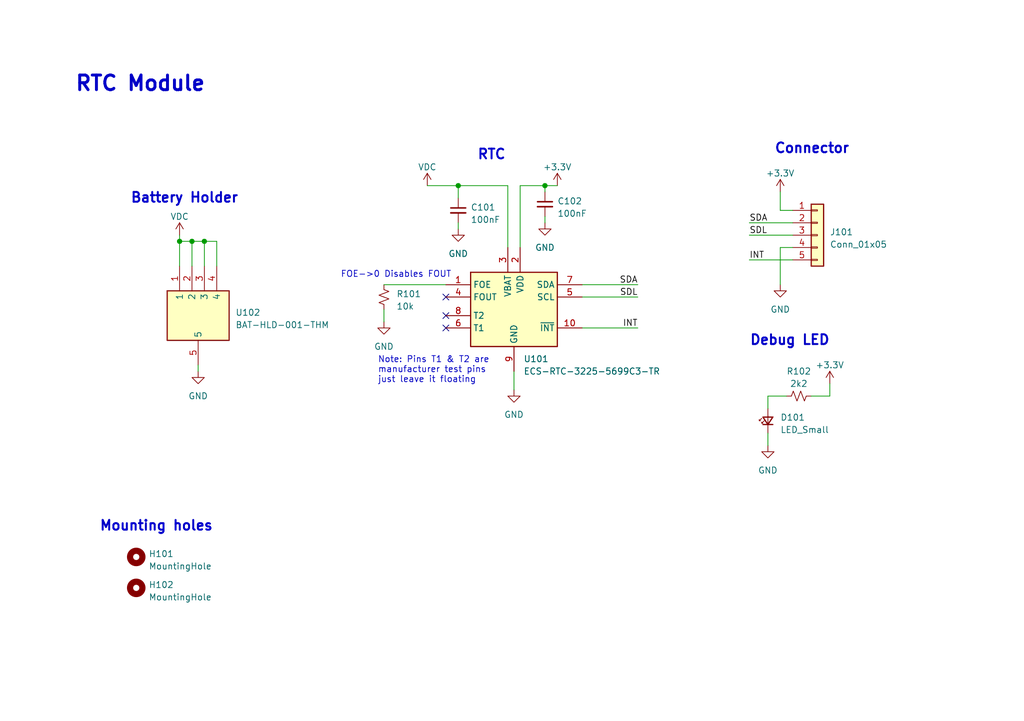
<source format=kicad_sch>
(kicad_sch (version 20230121) (generator eeschema)
  (paper "A5")
  (title_block (title "RTC module") (date "2023-04-16") (rev "V1.0.0") (company "JDMC") (comment 1 "Based on ECS-RTC-3225-5699C3-TR chip"))
  (lib_symbols
    (symbol "C_Small_1" (pin_numbers hide) (pin_names (offset 0.254) hide)
      (property "Reference" "C101" (at 2.54 0.6287 0))
      (property "Value" "100nF" (at 2.54 -1.9113 0))
      (symbol "C_Small_1_0_1"
        (polyline (pts (xy -1.524 -0.508) (xy 1.524 -0.508)) (stroke (width 0.3302)))
        (polyline (pts (xy -1.524 0.508) (xy 1.524 0.508)) (stroke (width 0.3048)))
      )
      (symbol "C_Small_1_1_1"
        (pin passive line (at 0 2.54 270) (length 2.032) (name "~") (number "1"))
        (pin passive line (at 0 -2.54 90) (length 2.032) (name "~") (number "2"))
      )
    )
    (symbol "Connector_Generic:Conn_01x05" (pin_names (offset 1.016) hide)
      (property "Reference" "J" (at 0 7.62 0))
      (property "Value" "Conn_01x05" (at 0 -7.62 0))
      (symbol "Conn_01x05_1_1"
        (rectangle (start -1.27 -4.953) (end 0 -5.207) (stroke (width 0.1524)))
        (rectangle (start -1.27 -2.413) (end 0 -2.667) (stroke (width 0.1524)))
        (rectangle (start -1.27 0.127) (end 0 -0.127) (stroke (width 0.1524)))
        (rectangle (start -1.27 2.667) (end 0 2.413) (stroke (width 0.1524)))
        (rectangle (start -1.27 5.207) (end 0 4.953) (stroke (width 0.1524)))
        (rectangle (start -1.27 6.35) (end 1.27 -6.35) (stroke (width 0.254)) (fill (type background)))
        (pin passive line (at -5.08 5.08 0) (length 3.81) (name "Pin_1") (number "1"))
        (pin passive line (at -5.08 2.54 0) (length 3.81) (name "Pin_2") (number "2"))
        (pin passive line (at -5.08 0 0) (length 3.81) (name "Pin_3") (number "3"))
        (pin passive line (at -5.08 -2.54 0) (length 3.81) (name "Pin_4") (number "4"))
        (pin passive line (at -5.08 -5.08 0) (length 3.81) (name "Pin_5") (number "5"))
      )
    )
    (symbol "Custom_JDMC:BAT-HLD-001-THM"
      (property "Reference" "U" (at 7.62 7.62 0))
      (property "Value" "BAT-HLD-001-THM" (at 7.62 5.08 0))
      (symbol "BAT-HLD-001-THM_1_1"
        (rectangle (start -6.35 2.54) (end 6.35 -7.62) (stroke (width 0.254)) (fill (type background)))
        (pin passive line (at -3.81 7.62 270) (length 5.08) (name "1") (number "1"))
        (pin passive line (at -1.27 7.62 270) (length 5.08) (name "2") (number "2"))
        (pin passive line (at 1.27 7.62 270) (length 5.08) (name "3") (number "3"))
        (pin passive line (at 3.81 7.62 270) (length 5.08) (name "4") (number "4"))
        (pin passive line (at 0 -12.7 90) (length 5.08) (name "5") (number "5"))
      )
    )
    (symbol "Device:LED_Small" (pin_numbers hide) (pin_names (offset 0.254) hide)
      (property "Reference" "D" (at -1.27 3.175 0))
      (property "Value" "LED_Small" (at -4.445 -2.54 0))
      (symbol "LED_Small_0_1"
        (polyline (pts (xy -0.762 -1.016) (xy -0.762 1.016)) (stroke (width 0.254)))
        (polyline (pts (xy 1.016 0) (xy -0.762 0)))
        (polyline (pts (xy 0.762 -1.016) (xy -0.762 0) (xy 0.762 1.016) (xy 0.762 -1.016)) (stroke (width 0.254)))
        (polyline (pts (xy 0 0.762) (xy -0.508 1.27) (xy -0.254 1.27) (xy -0.508 1.27) (xy -0.508 1.016)))
        (polyline (pts (xy 0.508 1.27) (xy 0 1.778) (xy 0.254 1.778) (xy 0 1.778) (xy 0 1.524)))
      )
      (symbol "LED_Small_1_1"
        (pin passive line (at -2.54 0 0) (length 1.778) (name "K") (number "1"))
        (pin passive line (at 2.54 0 180) (length 1.778) (name "A") (number "2"))
      )
    )
    (symbol "Device:R_Small_US" (pin_numbers hide) (pin_names (offset 0.254) hide)
      (property "Reference" "R" (at 0.762 0.508 0))
      (property "Value" "R_Small_US" (at 0.762 -1.016 0))
      (symbol "R_Small_US_1_1"
        (polyline (pts (xy 0 0) (xy 1.016 -0.381) (xy 0 -0.762) (xy -1.016 -1.143) (xy 0 -1.524)))
        (polyline (pts (xy 0 1.524) (xy 1.016 1.143) (xy 0 0.762) (xy -1.016 0.381) (xy 0 0)))
        (pin passive line (at 0 2.54 270) (length 1.016) (name "~") (number "1"))
        (pin passive line (at 0 -2.54 90) (length 1.016) (name "~") (number "2"))
      )
    )
    (symbol "ECS-RTC-3225-5699C3-TR:ECS-RTC-3225-5699C3-TR"
      (property "Reference" "U" (at 10.16 7.62 0))
      (property "Value" "ECS-RTC-3225-5699C3-TR" (at 5.08 5.08 0))
      (symbol "ECS-RTC-3225-5699C3-TR_1_1"
        (rectangle (start -8.89 2.54) (end 8.89 -12.7) (stroke (width 0.254)) (fill (type background)))
        (pin passive line (at -13.97 0 0) (length 5.08) (name "FOE") (number "1"))
        (pin passive line (at 13.97 -8.89 180) (length 5.08) (name "~{INT}") (number "10"))
        (pin passive line (at 1.27 7.62 270) (length 5.08) (name "VDD") (number "2"))
        (pin passive line (at -1.27 7.62 270) (length 5.08) (name "VBAT") (number "3"))
        (pin passive line (at -13.97 -2.54 0) (length 5.08) (name "FOUT") (number "4"))
        (pin passive line (at 13.97 -2.54 180) (length 5.08) (name "SCL") (number "5"))
        (pin passive line (at -13.97 -8.89 0) (length 5.08) (name "T1") (number "6"))
        (pin passive line (at 13.97 0 180) (length 5.08) (name "SDA") (number "7"))
        (pin passive line (at -13.97 -6.35 0) (length 5.08) (name "T2") (number "8"))
        (pin passive line (at 0 -17.78 90) (length 5.08) (name "GND") (number "9"))
      )
    )
    (symbol "Mechanical:MountingHole" (pin_names (offset 1.016))
      (property "Reference" "H" (at 0 5.08 0))
      (property "Value" "MountingHole" (at 0 3.175 0))
      (symbol "MountingHole_0_1"
        (circle (center 0 0) (radius 1.27) (stroke (width 1.27)))
      )
    )
    (symbol "power:+3.3V" (power) (pin_names (offset 0))
      (property "Value" "+3.3V" (at 0 3.556 0))
      (symbol "+3.3V_0_1"
        (polyline (pts (xy -0.762 1.27) (xy 0 2.54)))
        (polyline (pts (xy 0 0) (xy 0 2.54)))
        (polyline (pts (xy 0 2.54) (xy 0.762 1.27)))
      )
      (symbol "+3.3V_1_1"
        (pin power_in line (at 0 0 90) (length 0) hide (name "+3.3V") (number "1"))
      )
    )
    (symbol "power:GND" (power) (pin_names (offset 0))
      (property "Value" "GND" (at 0 -3.81 0))
      (symbol "GND_0_1"
        (polyline (pts (xy 0 0) (xy 0 -1.27) (xy 1.27 -1.27) (xy 0 -2.54) (xy -1.27 -1.27) (xy 0 -1.27)))
      )
      (symbol "GND_1_1"
        (pin power_in line (at 0 0 270) (length 0) hide (name "GND") (number "1"))
      )
    )
    (symbol "power:VDC" (power) (pin_names (offset 0))
      (property "Value" "VDC" (at 0 6.35 0))
      (symbol "VDC_0_1"
        (polyline (pts (xy -0.762 1.27) (xy 0 2.54)))
        (polyline (pts (xy 0 0) (xy 0 2.54)))
        (polyline (pts (xy 0 2.54) (xy 0.762 1.27)))
      )
      (symbol "VDC_1_1"
        (pin power_in line (at 0 0 90) (length 0) hide (name "VDC") (number "1"))
      )
    )
  )
  (junction (at 39.37 49.53))
  (junction (at 111.76 38.1))
  (junction (at 36.83 49.53))
  (junction (at 93.98 38.1))
  (junction (at 41.91 49.53))
  (no_connect (at 91.44 60.96))
  (no_connect (at 91.44 64.77))
  (no_connect (at 91.44 67.31))
  (wire (pts (xy 36.83 49.53) (xy 36.83 54.61)))
  (wire (pts (xy 40.64 74.93) (xy 40.64 76.2)))
  (wire (pts (xy 162.56 50.8) (xy 160.02 50.8)))
  (wire (pts (xy 119.38 60.96) (xy 130.81 60.96)))
  (wire (pts (xy 93.98 45.72) (xy 93.98 46.99)))
  (wire (pts (xy 153.67 53.34) (xy 162.56 53.34)))
  (wire (pts (xy 111.76 38.1) (xy 111.76 39.37)))
  (wire (pts (xy 157.48 88.9) (xy 157.48 91.44)))
  (wire (pts (xy 111.76 44.45) (xy 111.76 45.72)))
  (wire (pts (xy 153.67 48.26) (xy 162.56 48.26)))
  (wire (pts (xy 93.98 38.1) (xy 87.63 38.1)))
  (wire (pts (xy 104.14 38.1) (xy 93.98 38.1)))
  (wire (pts (xy 41.91 49.53) (xy 41.91 54.61)))
  (wire (pts (xy 119.38 67.31) (xy 130.81 67.31)))
  (wire (pts (xy 106.68 50.8) (xy 106.68 38.1)))
  (wire (pts (xy 170.18 81.28) (xy 166.37 81.28)))
  (wire (pts (xy 78.74 63.5) (xy 78.74 66.04)))
  (wire (pts (xy 39.37 49.53) (xy 36.83 49.53)))
  (wire (pts (xy 161.29 81.28) (xy 157.48 81.28)))
  (wire (pts (xy 119.38 58.42) (xy 130.81 58.42)))
  (wire (pts (xy 104.14 50.8) (xy 104.14 38.1)))
  (wire (pts (xy 170.18 78.74) (xy 170.18 81.28)))
  (wire (pts (xy 106.68 38.1) (xy 111.76 38.1)))
  (wire (pts (xy 160.02 39.37) (xy 160.02 43.18)))
  (wire (pts (xy 162.56 43.18) (xy 160.02 43.18)))
  (wire (pts (xy 105.41 76.2) (xy 105.41 80.01)))
  (wire (pts (xy 160.02 50.8) (xy 160.02 58.42)))
  (wire (pts (xy 44.45 49.53) (xy 41.91 49.53)))
  (wire (pts (xy 39.37 49.53) (xy 39.37 54.61)))
  (wire (pts (xy 111.76 38.1) (xy 114.3 38.1)))
  (wire (pts (xy 93.98 38.1) (xy 93.98 40.64)))
  (wire (pts (xy 44.45 54.61) (xy 44.45 49.53)))
  (wire (pts (xy 157.48 81.28) (xy 157.48 83.82)))
  (wire (pts (xy 78.74 58.42) (xy 91.44 58.42)))
  (wire (pts (xy 153.67 45.72) (xy 162.56 45.72)))
  (wire (pts (xy 41.91 49.53) (xy 39.37 49.53)))
  (wire (pts (xy 36.83 48.26) (xy 36.83 49.53)))
  (text "RTC Module" (at 15.24 19.05 0) (effects (font (size 3 3) (thickness 0.6) bold) (justify left bottom)))
  (text "Battery Holder" (at 26.67 41.91 0) (effects (font (size 2 2) (thickness 0.4) bold) (justify left bottom)))
  (text "Mounting holes" (at 20.32 109.22 0) (effects (font (size 2 2) (thickness 0.4) bold) (justify left bottom)))
  (text "FOE->0 Disables FOUT" (at 69.85 57.15 0) (effects (font (size 1.27 1.27)) (justify left bottom)))
  (text "Debug LED" (at 153.67 71.12 0) (effects (font (size 2 2) (thickness 0.4) bold) (justify left bottom)))
  (text "RTC" (at 97.79 33.02 0) (effects (font (size 2 2) (thickness 0.4) bold) (justify left bottom)))
  (text "Connector" (at 158.75 31.75 0) (effects (font (size 2 2) (thickness 0.4) bold) (justify left bottom)))
  (text "Note: Pins T1 & T2 are\nmanufacturer test pins\njust leave it floating" (at 77.47 78.74 0) (effects (font (size 1.27 1.27)) (justify left bottom)))
  (label "INT" (at 153.67 53.34 0))
  (label "SDA" (at 130.81 58.42 180))
  (label "SDL" (at 130.81 60.96 180))
  (label "SDL" (at 153.67 48.26 0))
  (label "SDA" (at 153.67 45.72 0))
  (label "INT" (at 130.81 67.31 180))
  (symbol (lib_id "Device:LED_Small") (at 157.48 86.36 90) (unit 1)
    (property "Reference" "D101" (at 160.02 85.6615 90) (effects (justify right)))
    (property "Value" "LED_Small" (at 160.02 88.2015 90) (effects (justify right)))
    (property "Footprint" "LED_SMD:LED_1206_3216Metric" (effects hide))
  )
  (symbol (lib_id "power:+3.3V") (at 170.18 78.74 0) (unit 1)
    (property "Reference" "#PWR0112" (effects hide))
    (property "Value" "+3.3V" (at 170.18 74.93 0))
  )
  (symbol (lib_id "power:VDC") (at 36.83 48.26 0) (unit 1)
    (property "Reference" "#PWR0103" (effects hide))
    (property "Value" "VBAT" (at 36.83 44.45 0))
  )
  (symbol (lib_id "Device:R_Small_US") (at 78.74 60.96 0) (unit 1)
    (property "Reference" "R101" (at 81.28 60.325 0) (effects (justify left)))
    (property "Value" "10k" (at 81.28 62.865 0) (effects (justify left)))
    (property "Footprint" "Resistor_SMD:R_0805_2012Metric" (effects hide))
  )
  (symbol (lib_id "Mechanical:MountingHole") (at 27.94 114.3 0) (unit 1) (in_bom no)
    (property "Reference" "H101" (at 30.48 113.665 0) (effects (justify left)))
    (property "Value" "MountingHole" (at 30.48 116.205 0) (effects (justify left)))
    (property "Footprint" "MountingHole:MountingHole_2.2mm_M2_ISO14580" (effects hide))
  )
  (symbol (lib_id "power:GND") (at 93.98 46.99 0) (unit 1)
    (property "Reference" "#PWR0106" (effects hide))
    (property "Value" "GND" (at 93.98 52.07 0))
  )
  (symbol (lib_id "Device:R_Small_US") (at 163.83 81.28 90) (unit 1)
    (property "Reference" "R102" (at 163.83 76.2 90))
    (property "Value" "2k2" (at 163.83 78.74 90))
    (property "Footprint" "Resistor_SMD:R_0805_2012Metric" (effects hide))
  )
  (symbol (lib_id "power:GND") (at 157.48 91.44 0) (unit 1)
    (property "Reference" "#PWR0111" (effects hide))
    (property "Value" "GND" (at 157.48 96.52 0))
  )
  (symbol (lib_id "power:GND") (at 40.64 76.2 0) (unit 1)
    (property "Reference" "#PWR0104" (effects hide))
    (property "Value" "GND" (at 40.64 81.28 0))
  )
  (symbol (lib_id "Custom_JDMC:BAT-HLD-001-THM") (at 40.64 62.23 0) (unit 1)
    (property "Reference" "U102" (at 48.26 64.135 0) (effects (justify left)))
    (property "Value" "BAT-HLD-001-THM" (at 48.26 66.675 0) (effects (justify left)))
    (property "Footprint" "JDMC:BATHLD001THM" (effects hide))
    (property "Height" "4.2" (effects hide))
    (property "Mouser Part Number" "712-BAT-HLD-001-THM" (effects hide))
    (property "Mouser Price/Stock" "https://www.mouser.co.uk/ProductDetail/Linx-Technologies/BAT-HLD-001-THM?qs=Z0V%2FpEl%252BOGcluj3h2QTrDw%3D%3D" (effects hide))
    (property "Manufacturer_Name" "Linx Technologies" (effects hide))
    (property "Manufacturer_Part_Number" "BAT-HLD-001-THM" (effects hide))
  )
  (symbol (lib_id "power:+3.3V") (at 160.02 39.37 0) (unit 1)
    (property "Reference" "#PWR0109" (effects hide))
    (property "Value" "+3.3V" (at 160.02 35.56 0))
  )
  (symbol (lib_id "power:VDC") (at 87.63 38.1 0) (unit 1)
    (property "Reference" "#PWR0105" (effects hide))
    (property "Value" "VBAT" (at 87.63 34.29 0))
  )
  (symbol (lib_id "power:GND") (at 78.74 66.04 0) (unit 1)
    (property "Reference" "#PWR0102" (effects hide))
    (property "Value" "GND" (at 78.74 71.12 0))
  )
  (symbol (lib_id "Connector_Generic:Conn_01x05") (at 167.64 48.26 0) (unit 1)
    (property "Reference" "J101" (at 170.18 47.625 0) (effects (justify left)))
    (property "Value" "Conn_01x05" (at 170.18 50.165 0) (effects (justify left)))
    (property "Footprint" "Connector_PinHeader_2.54mm:PinHeader_1x05_P2.54mm_Vertical" (effects hide))
  )
  (symbol (lib_name "C_Small_1") (lib_id "Device:C_Small") (at 111.76 41.91 0) (unit 1)
    (property "Reference" "C102" (at 114.3 41.2813 0) (effects (justify left)))
    (property "Value" "100nF" (at 114.3 43.8213 0) (effects (justify left)))
    (property "Footprint" "Capacitor_SMD:C_0402_1005Metric" (effects hide))
    (property "Mouser Part Number" "810-C1005X7R1C104K" (effects hide))
    (property "Manufacturer_Name" "TDK" (effects hide))
    (property "Manufacturer_Part_Number" "C1005X7R1C104K050BC" (effects hide))
  )
  (symbol (lib_id "power:GND") (at 111.76 45.72 0) (unit 1)
    (property "Reference" "#PWR0108" (effects hide))
    (property "Value" "GND" (at 111.76 50.8 0))
  )
  (symbol (lib_id "power:GND") (at 105.41 80.01 0) (unit 1)
    (property "Reference" "#PWR0101" (effects hide))
    (property "Value" "GND" (at 105.41 85.09 0))
  )
  (symbol (lib_id "power:+3.3V") (at 114.3 38.1 0) (unit 1)
    (property "Reference" "#PWR0107" (effects hide))
    (property "Value" "+3.3V" (at 114.3 34.29 0))
  )
  (symbol (lib_id "ECS-RTC-3225-5699C3-TR:ECS-RTC-3225-5699C3-TR") (at 105.41 58.42 0) (unit 1)
    (property "Reference" "U101" (at 107.3659 73.66 0) (effects (justify left)))
    (property "Value" "ECS-RTC-3225-5699C3-TR" (at 107.3659 76.2 0) (effects (justify left)))
    (property "Footprint" "JDMC:ECSRTC32255699C3TR" (effects hide))
    (property "Height" "1" (effects hide))
    (property "Mouser Part Number" "520-RTC-32255699C3TR" (effects hide))
    (property "Mouser Price/Stock" "https://www.mouser.co.uk/ProductDetail/ECS/ECS-RTC-3225-5699C3-TR?qs=tlsG%2FOw5FFixC3FdKzni5Q%3D%3D" (effects hide))
    (property "Manufacturer_Name" "ECS" (effects hide))
    (property "Manufacturer_Part_Number" "ECS-RTC-3225-5699C3-TR" (effects hide))
  )
  (symbol (lib_id "power:GND") (at 160.02 58.42 0) (unit 1)
    (property "Reference" "#PWR0110" (effects hide))
    (property "Value" "GND" (at 160.02 63.5 0))
  )
  (symbol (lib_id "Mechanical:MountingHole") (at 27.94 120.65 0) (unit 1) (in_bom no)
    (property "Reference" "H102" (at 30.48 120.015 0) (effects (justify left)))
    (property "Value" "MountingHole" (at 30.48 122.555 0) (effects (justify left)))
    (property "Footprint" "MountingHole:MountingHole_2.2mm_M2_ISO14580" (effects hide))
  )
  (symbol (lib_name "C_Small_1") (lib_id "Device:C_Small") (at 93.98 43.18 0) (unit 1)
    (property "Reference" "C101" (at 96.52 42.5513 0) (effects (justify left)))
    (property "Value" "100nF" (at 96.52 45.0913 0) (effects (justify left)))
    (property "Footprint" "Capacitor_SMD:C_0402_1005Metric" (effects hide))
    (property "Mouser Part Number" "810-C1005X7R1C104K" (effects hide))
    (property "Manufacturer_Name" "TDK" (effects hide))
    (property "Manufacturer_Part_Number" "C1005X7R1C104K050BC" (effects hide))
  )
)
</source>
